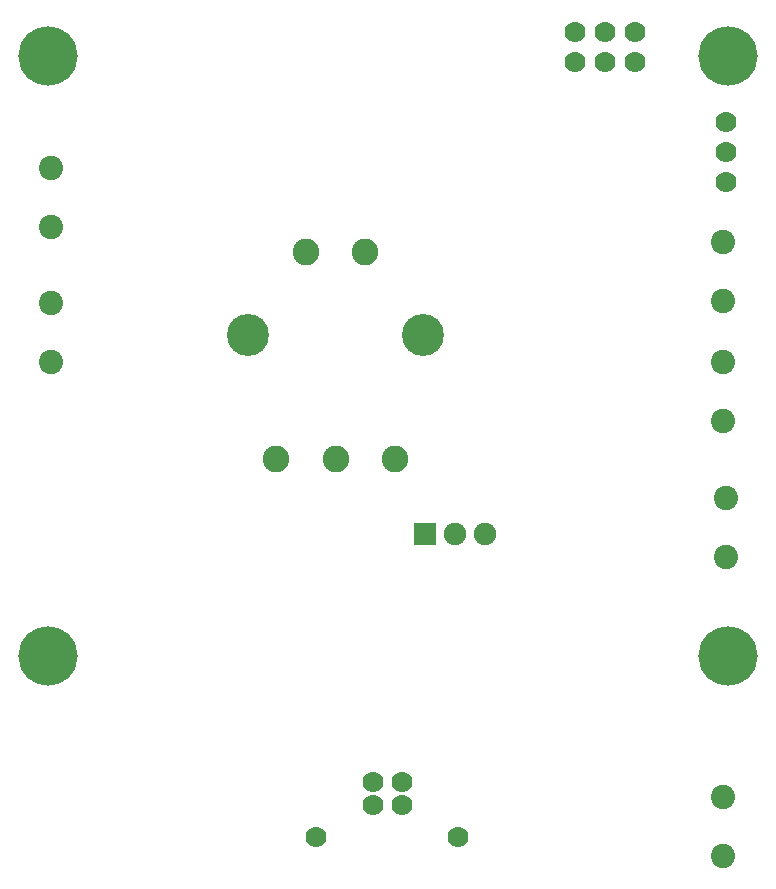
<source format=gbs>
*
*
G04 PADS 9.3.1 Build Number: 456998 generated Gerber (RS-274-X) file*
G04 PC Version=2.1*
*
%IN "Dechorionator.pcb"*%
*
%MOIN*%
*
%FSLAX35Y35*%
*
*
*
*
G04 PC Standard Apertures*
*
*
G04 Thermal Relief Aperture macro.*
%AMTER*
1,1,$1,0,0*
1,0,$1-$2,0,0*
21,0,$3,$4,0,0,45*
21,0,$3,$4,0,0,135*
%
*
*
G04 Annular Aperture macro.*
%AMANN*
1,1,$1,0,0*
1,0,$2,0,0*
%
*
*
G04 Odd Aperture macro.*
%AMODD*
1,1,$1,0,0*
1,0,$1-0.005,0,0*
%
*
*
G04 PC Custom Aperture Macros*
*
*
*
*
*
*
G04 PC Aperture Table*
*
%ADD010C,0.001*%
%ADD051C,0.07*%
%ADD149C,0.08874*%
%ADD150C,0.13992*%
%ADD155R,0.075X0.075*%
%ADD156C,0.075*%
%ADD162C,0.1975*%
%ADD174C,0.08087*%
*
*
*
*
G04 PC Circuitry*
G04 Layer Name Dechorionator.pcb - circuitry*
%LPD*%
*
*
G04 PC Custom Flashes*
G04 Layer Name Dechorionator.pcb - flashes*
%LPD*%
*
*
G04 PC Circuitry*
G04 Layer Name Dechorionator.pcb - circuitry*
%LPD*%
*
G54D10*
G54D51*
G01X130000Y40000D03*
X120157D03*
Y32126D03*
X130000D03*
X101378Y21496D03*
X148780D03*
X187500Y280000D03*
Y290000D03*
X197500Y280000D03*
Y290000D03*
X207500Y280000D03*
Y290000D03*
X238000Y240000D03*
Y250000D03*
Y260000D03*
G54D149*
X127500Y147500D03*
X107815D03*
X88130D03*
X117657Y216398D03*
X97972D03*
G54D150*
X136949Y188839D03*
X78697D03*
G54D155*
X137500Y122500D03*
G54D156*
X147500D03*
X157500D03*
G54D162*
X238500Y282000D03*
Y82000D03*
X12000Y282000D03*
Y82000D03*
G54D174*
X237000Y220000D03*
Y200315D03*
Y180000D03*
Y160315D03*
X238000Y115000D03*
Y134685D03*
X237000Y35000D03*
Y15315D03*
X13000Y180000D03*
Y199685D03*
Y225000D03*
Y244685D03*
X0Y0D02*
M02*

</source>
